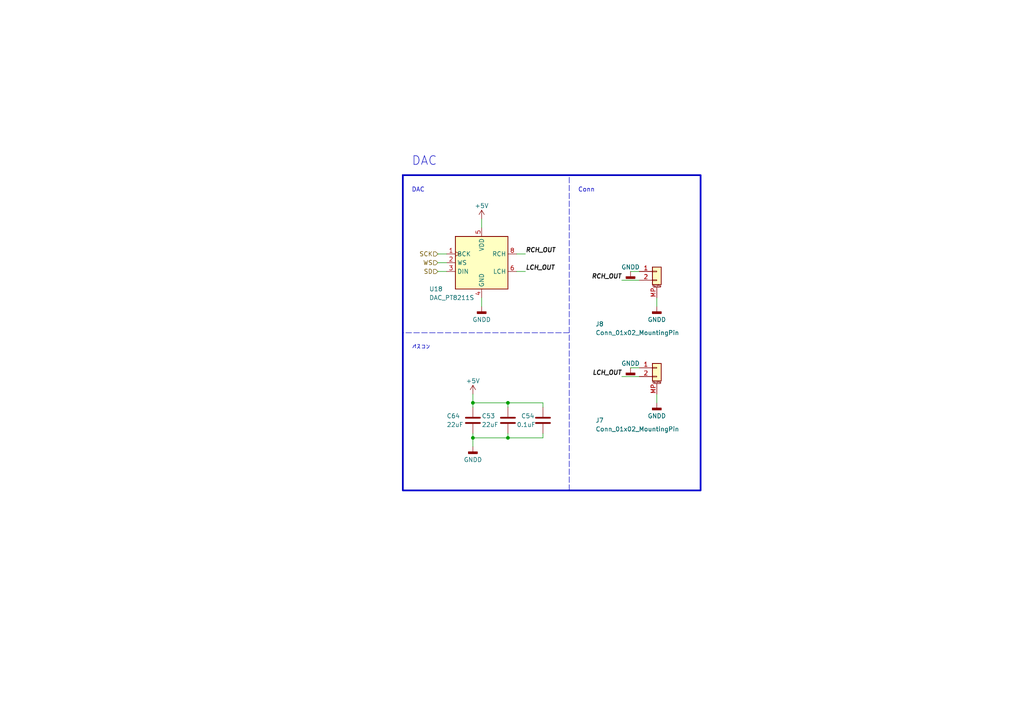
<source format=kicad_sch>
(kicad_sch (version 20230121) (generator eeschema)
  (paper "A4")
  (lib_symbols
    (symbol "Connector_Generic_MountingPin:Conn_01x02_MountingPin" (pin_names (offset 1.016) hide)
      (property "Reference" "J" (at 0 2.54 0))
      (property "Value" "Conn_01x02_MountingPin" (at 1.27 -5.08 0))
      (symbol "Conn_01x02_MountingPin_1_1"
        (rectangle (start -1.27 -2.413) (end 0 -2.667) (stroke (width 0.1524)))
        (rectangle (start -1.27 0.127) (end 0 -0.127) (stroke (width 0.1524)))
        (rectangle (start -1.27 1.27) (end 1.27 -3.81) (stroke (width 0.254)) (fill (type background)))
        (polyline (pts (xy -1.016 -4.572) (xy 1.016 -4.572)) (stroke (width 0.1524)))
        (text "Mounting" (at 0 -4.191 0) (effects (font (size 0.381 0.381))))
        (pin passive line (at -5.08 0 0) (length 3.81) (name "Pin_1") (number "1"))
        (pin passive line (at -5.08 -2.54 0) (length 3.81) (name "Pin_2") (number "2"))
        (pin passive line (at 0 -7.62 90) (length 3.048) (name "MountPin") (number "MP"))
      )
    )
    (symbol "Device:C" (pin_numbers hide) (pin_names (offset 0.254))
      (property "Reference" "C" (at 0.635 2.54 0))
      (property "Value" "C" (at 0.635 -2.54 0))
      (symbol "C_0_1"
        (polyline (pts (xy -2.032 -0.762) (xy 2.032 -0.762)) (stroke (width 0.508)))
        (polyline (pts (xy -2.032 0.762) (xy 2.032 0.762)) (stroke (width 0.508)))
      )
      (symbol "C_1_1"
        (pin passive line (at 0 3.81 270) (length 2.794) (name "~") (number "1"))
        (pin passive line (at 0 -3.81 90) (length 2.794) (name "~") (number "2"))
      )
    )
    (symbol "TomoshibiLibrary:DAC_PT8211S"
      (property "Reference" "U" (at -15.24 -5.08 0))
      (property "Value" "DAC_PT8211S" (at -15.24 -7.62 0))
      (symbol "DAC_PT8211S_0_1"
        (rectangle (start -7.62 10.16) (end 7.62 -5.08) (stroke (width 0.254)) (fill (type background)))
      )
      (symbol "DAC_PT8211S_1_1"
        (pin input clock (at -10.16 5.08 0) (length 2.54) (name "BCK") (number "1"))
        (pin input line (at -10.16 2.54 0) (length 2.54) (name "WS") (number "2"))
        (pin input line (at -10.16 0 0) (length 2.54) (name "DIN") (number "3"))
        (pin power_in line (at 0 -7.62 90) (length 2.54) (name "GND") (number "4"))
        (pin power_in line (at 0 12.7 270) (length 2.54) (name "VDD") (number "5"))
        (pin output line (at 10.16 0 180) (length 2.54) (name "LCH") (number "6"))
        (pin no_connect line (at 10.16 2.54 180) (length 2.54) hide (name "N.C.") (number "7"))
        (pin output line (at 10.16 5.08 180) (length 2.54) (name "RCH") (number "8"))
      )
    )
    (symbol "power:+5V" (power) (pin_names (offset 0))
      (property "Value" "+5V" (at 0 3.556 0))
      (symbol "+5V_0_1"
        (polyline (pts (xy -0.762 1.27) (xy 0 2.54)))
        (polyline (pts (xy 0 0) (xy 0 2.54)))
        (polyline (pts (xy 0 2.54) (xy 0.762 1.27)))
      )
      (symbol "+5V_1_1"
        (pin power_in line (at 0 0 90) (length 0) hide (name "+5V") (number "1"))
      )
    )
    (symbol "power:GNDD" (power) (pin_names (offset 0))
      (property "Value" "GNDD" (at 0 -3.175 0))
      (symbol "GNDD_0_1"
        (rectangle (start -1.27 -1.524) (end 1.27 -2.032) (stroke (width 0.254)) (fill (type outline)))
        (polyline (pts (xy 0 0) (xy 0 -1.524)))
      )
      (symbol "GNDD_1_1"
        (pin power_in line (at 0 0 270) (length 0) hide (name "GNDD") (number "1"))
      )
    )
  )
  (junction (at 137.16 127))
  (junction (at 147.32 127))
  (junction (at 137.16 116.84))
  (junction (at 147.32 116.84))
  (wire (pts (xy 157.48 125.73) (xy 157.48 127)))
  (wire (pts (xy 149.86 78.74) (xy 152.4 78.74)))
  (wire (pts (xy 127 78.74) (xy 129.54 78.74)))
  (wire (pts (xy 147.32 127) (xy 147.32 125.73)))
  (wire (pts (xy 182.88 78.74) (xy 185.42 78.74)))
  (wire (pts (xy 190.5 114.3) (xy 190.5 116.84)))
  (wire (pts (xy 137.16 127) (xy 147.32 127)))
  (wire (pts (xy 137.16 127) (xy 137.16 129.54)))
  (wire (pts (xy 190.5 86.36) (xy 190.5 88.9)))
  (polyline (pts (xy 165.1 96.52) (xy 116.84 96.52)) (stroke (width 0) (type dash)))
  (wire (pts (xy 137.16 116.84) (xy 147.32 116.84)))
  (wire (pts (xy 137.16 116.84) (xy 137.16 118.11)))
  (wire (pts (xy 180.34 109.22) (xy 185.42 109.22)))
  (wire (pts (xy 149.86 73.66) (xy 152.4 73.66)))
  (wire (pts (xy 147.32 116.84) (xy 157.48 116.84)))
  (wire (pts (xy 127 76.2) (xy 129.54 76.2)))
  (wire (pts (xy 139.7 86.36) (xy 139.7 88.9)))
  (wire (pts (xy 147.32 116.84) (xy 147.32 118.11)))
  (polyline (pts (xy 165.1 142.24) (xy 165.1 50.8)) (stroke (width 0) (type dash)))
  (wire (pts (xy 182.88 106.68) (xy 185.42 106.68)))
  (wire (pts (xy 180.34 81.28) (xy 185.42 81.28)))
  (wire (pts (xy 157.48 127) (xy 147.32 127)))
  (wire (pts (xy 137.16 114.3) (xy 137.16 116.84)))
  (wire (pts (xy 139.7 63.5) (xy 139.7 66.04)))
  (wire (pts (xy 137.16 125.73) (xy 137.16 127)))
  (wire (pts (xy 127 73.66) (xy 129.54 73.66)))
  (wire (pts (xy 157.48 116.84) (xy 157.48 118.11)))
  (rectangle (start 116.84 50.8) (end 203.2 142.24) (stroke (width 0.5)))
  (text "DAC" (at 119.38 55.88 0) (effects (font (size 1.27 1.27)) (justify left bottom)))
  (text "Conn" (at 167.64 55.88 0) (effects (font (size 1.27 1.27)) (justify left bottom)))
  (text "パスコン" (at 119.38 101.6 0) (effects (font (size 1.27 1.27)) (justify left bottom)))
  (text "DAC" (at 119.38 48.26 0) (effects (font (size 2.54 2.54)) (justify left bottom)))
  (label "RCH_OUT" (at 152.4 73.66 0) (effects (font (thickness 0.254) bold italic)))
  (label "RCH_OUT" (at 180.34 81.28 180) (effects (font (thickness 0.254) bold italic)))
  (label "LCH_OUT" (at 152.4 78.74 0) (effects (font (thickness 0.254) bold italic)))
  (label "LCH_OUT" (at 180.34 109.22 180) (effects (font (thickness 0.254) bold italic)))
  (hierarchical_label "SD" (shape input) (at 127 78.74 180))
  (hierarchical_label "WS" (shape input) (at 127 76.2 180))
  (hierarchical_label "SCK" (shape input) (at 127 73.66 180))
  (symbol (lib_id "Device:C") (at 137.16 121.92 0) (unit 1)
    (property "Reference" "C64" (at 129.54 120.65 0) (effects (justify left)))
    (property "Value" "22uF" (at 129.54 123.19 0) (effects (justify left)))
    (property "Footprint" "Capacitor_SMD:C_0805_2012Metric" (effects hide))
  )
  (symbol (lib_id "power:GNDD") (at 137.16 129.54 0) (unit 1)
    (property "Reference" "#PWR0164" (effects hide))
    (property "Value" "GNDD" (at 137.16 133.35 0))
  )
  (symbol (lib_id "power:GNDD") (at 182.88 106.68 0) (unit 1)
    (property "Reference" "#PWR0163" (effects hide))
    (property "Value" "GNDD" (at 182.88 105.41 0))
  )
  (symbol (lib_id "power:+5V") (at 139.7 63.5 0) (mirror y) (unit 1)
    (property "Reference" "#PWR0158" (effects hide))
    (property "Value" "+5V" (at 139.7 59.69 0))
  )
  (symbol (lib_id "Device:C") (at 147.32 121.92 0) (unit 1)
    (property "Reference" "C53" (at 139.7 120.65 0) (effects (justify left)))
    (property "Value" "22uF" (at 139.7 123.19 0) (effects (justify left)))
    (property "Footprint" "Capacitor_SMD:C_0805_2012Metric" (effects hide))
  )
  (symbol (lib_id "TomoshibiLibrary:DAC_PT8211S") (at 139.7 78.74 0) (unit 1)
    (property "Reference" "U18" (at 124.46 83.82 0) (effects (justify left)))
    (property "Value" "DAC_PT8211S" (at 124.46 86.36 0) (effects (justify left)))
    (property "Footprint" "Package_SO:SOP-8_3.9x4.9mm_P1.27mm" (effects hide))
  )
  (symbol (lib_id "Connector_Generic_MountingPin:Conn_01x02_MountingPin") (at 190.5 78.74 0) (unit 1)
    (property "Reference" "J8" (at 172.72 93.98 0) (effects (justify left)))
    (property "Value" "Conn_01x02_MountingPin" (at 172.72 96.52 0) (effects (justify left)))
    (property "Footprint" "Connector_Molex:Molex_PicoBlade_53261-0271_1x02-1MP_P1.25mm_Horizontal" (effects hide))
  )
  (symbol (lib_id "power:+5V") (at 137.16 114.3 0) (mirror y) (unit 1)
    (property "Reference" "#PWR0165" (effects hide))
    (property "Value" "+5V" (at 137.16 110.49 0))
  )
  (symbol (lib_id "Connector_Generic_MountingPin:Conn_01x02_MountingPin") (at 190.5 106.68 0) (unit 1)
    (property "Reference" "J7" (at 172.72 121.92 0) (effects (justify left)))
    (property "Value" "Conn_01x02_MountingPin" (at 172.72 124.46 0) (effects (justify left)))
    (property "Footprint" "Connector_Molex:Molex_PicoBlade_53261-0271_1x02-1MP_P1.25mm_Horizontal" (effects hide))
  )
  (symbol (lib_id "power:GNDD") (at 190.5 88.9 0) (unit 1)
    (property "Reference" "#PWR0166" (effects hide))
    (property "Value" "GNDD" (at 190.5 92.71 0))
  )
  (symbol (lib_id "power:GNDD") (at 190.5 116.84 0) (unit 1)
    (property "Reference" "#PWR0167" (effects hide))
    (property "Value" "GNDD" (at 190.5 120.65 0))
  )
  (symbol (lib_id "Device:C") (at 157.48 121.92 0) (unit 1)
    (property "Reference" "C54" (at 151.13 120.65 0) (effects (justify left)))
    (property "Value" "0.1uF" (at 149.86 123.19 0) (effects (justify left)))
    (property "Footprint" "Capacitor_SMD:C_0402_1005Metric" (effects hide))
  )
  (symbol (lib_id "power:GNDD") (at 139.7 88.9 0) (unit 1)
    (property "Reference" "#PWR0161" (effects hide))
    (property "Value" "GNDD" (at 139.7 92.71 0))
  )
  (symbol (lib_id "power:GNDD") (at 182.88 78.74 0) (unit 1)
    (property "Reference" "#PWR0162" (effects hide))
    (property "Value" "GNDD" (at 182.88 77.47 0))
  )
)
</source>
